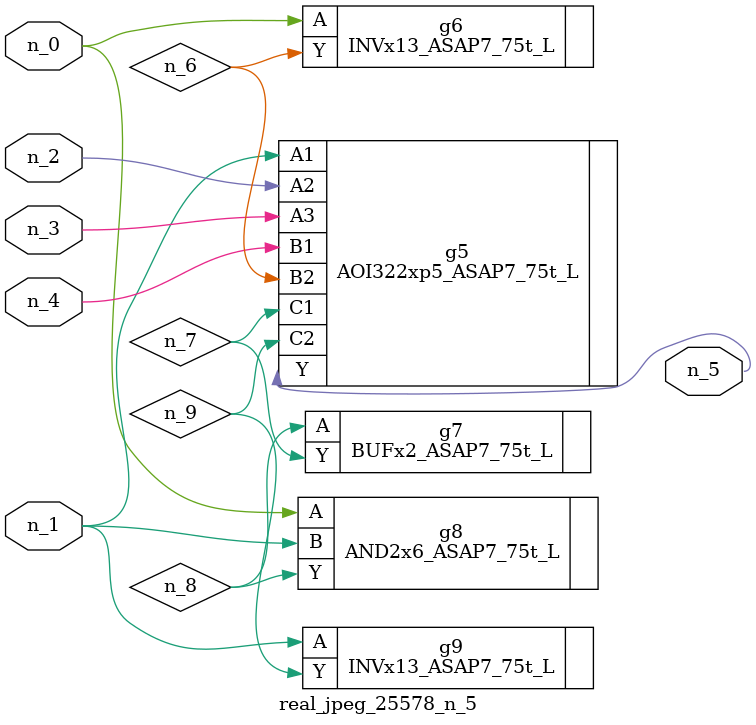
<source format=v>
module real_jpeg_25578_n_5 (n_4, n_0, n_1, n_2, n_3, n_5);

input n_4;
input n_0;
input n_1;
input n_2;
input n_3;

output n_5;

wire n_8;
wire n_6;
wire n_7;
wire n_9;

INVx13_ASAP7_75t_L g6 ( 
.A(n_0),
.Y(n_6)
);

AND2x6_ASAP7_75t_L g8 ( 
.A(n_0),
.B(n_1),
.Y(n_8)
);

AOI322xp5_ASAP7_75t_L g5 ( 
.A1(n_1),
.A2(n_2),
.A3(n_3),
.B1(n_4),
.B2(n_6),
.C1(n_7),
.C2(n_9),
.Y(n_5)
);

INVx13_ASAP7_75t_L g9 ( 
.A(n_1),
.Y(n_9)
);

BUFx2_ASAP7_75t_L g7 ( 
.A(n_8),
.Y(n_7)
);


endmodule
</source>
